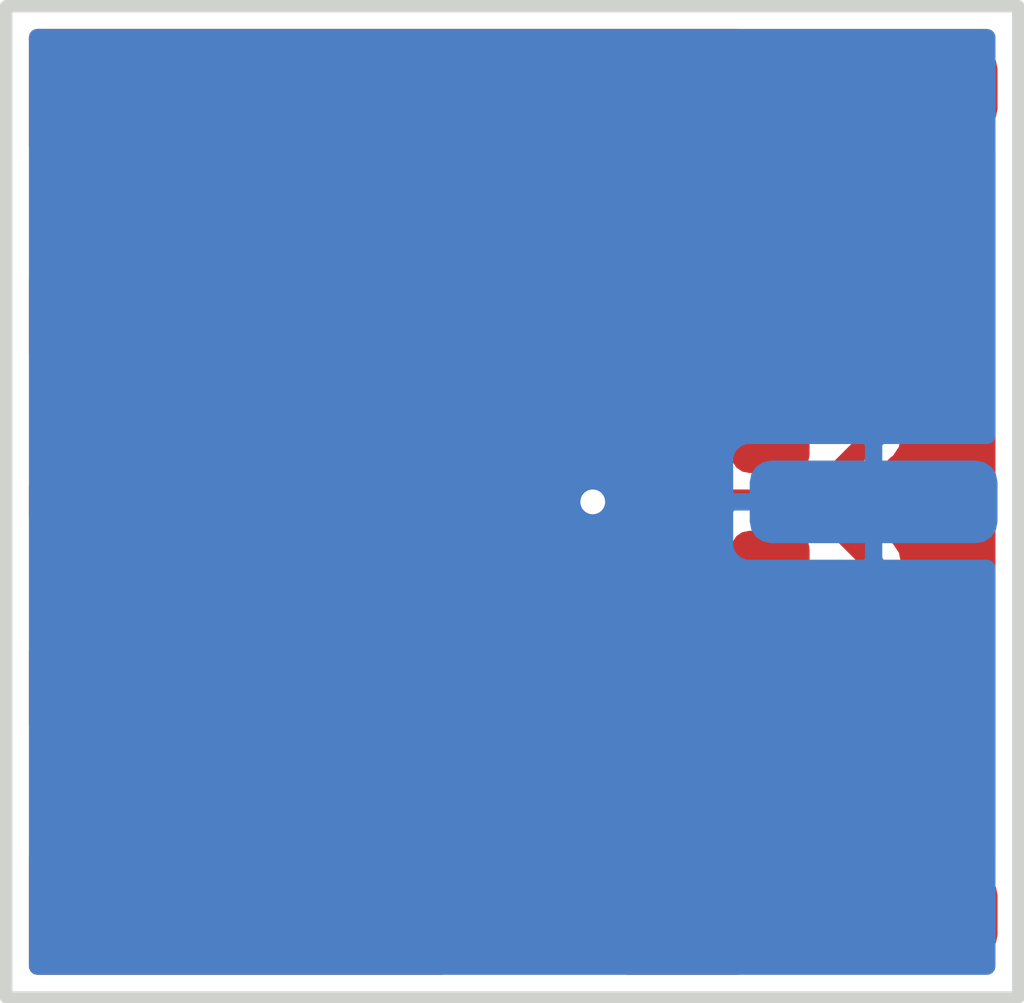
<source format=kicad_pcb>
(kicad_pcb (version 20171130) (host pcbnew "(5.0.0-3-g5ebb6b6)")

  (general
    (thickness 1.6)
    (drawings 9)
    (tracks 56)
    (zones 0)
    (modules 9)
    (nets 9)
  )

  (page A4)
  (layers
    (0 F.Cu signal)
    (31 B.Cu signal)
    (32 B.Adhes user)
    (33 F.Adhes user)
    (34 B.Paste user)
    (35 F.Paste user)
    (36 B.SilkS user)
    (37 F.SilkS user)
    (38 B.Mask user)
    (39 F.Mask user)
    (40 Dwgs.User user)
    (41 Cmts.User user)
    (42 Eco1.User user)
    (43 Eco2.User user)
    (44 Edge.Cuts user)
    (45 Margin user)
    (46 B.CrtYd user)
    (47 F.CrtYd user)
    (48 B.Fab user)
    (49 F.Fab user)
  )

  (setup
    (last_trace_width 0.25)
    (trace_clearance 0.2)
    (zone_clearance 0.508)
    (zone_45_only no)
    (trace_min 0.2)
    (segment_width 0.2)
    (edge_width 0.15)
    (via_size 0.8)
    (via_drill 0.4)
    (via_min_size 0.4)
    (via_min_drill 0.3)
    (uvia_size 0.3)
    (uvia_drill 0.1)
    (uvias_allowed no)
    (uvia_min_size 0.2)
    (uvia_min_drill 0.1)
    (pcb_text_width 0.3)
    (pcb_text_size 1.5 1.5)
    (mod_edge_width 0.15)
    (mod_text_size 1 1)
    (mod_text_width 0.15)
    (pad_size 1.06 0.65)
    (pad_drill 0)
    (pad_to_mask_clearance 0)
    (aux_axis_origin 0 0)
    (visible_elements FFFFFF7F)
    (pcbplotparams
      (layerselection 0x010fc_ffffffff)
      (usegerberextensions false)
      (usegerberattributes false)
      (usegerberadvancedattributes false)
      (creategerberjobfile false)
      (excludeedgelayer true)
      (linewidth 0.100000)
      (plotframeref false)
      (viasonmask false)
      (mode 1)
      (useauxorigin false)
      (hpglpennumber 1)
      (hpglpenspeed 20)
      (hpglpendiameter 15.000000)
      (psnegative false)
      (psa4output false)
      (plotreference true)
      (plotvalue true)
      (plotinvisibletext false)
      (padsonsilk false)
      (subtractmaskfromsilk false)
      (outputformat 1)
      (mirror false)
      (drillshape 1)
      (scaleselection 1)
      (outputdirectory ""))
  )

  (net 0 "")
  (net 1 +BATT)
  (net 2 GND)
  (net 3 VCC)
  (net 4 "Net-(D1-Pad1)")
  (net 5 "Net-(J1-Pad2)")
  (net 6 "Net-(J1-Pad3)")
  (net 7 "Net-(R1-Pad2)")
  (net 8 "Net-(R2-Pad2)")

  (net_class Default "This is the default net class."
    (clearance 0.2)
    (trace_width 0.25)
    (via_dia 0.8)
    (via_drill 0.4)
    (uvia_dia 0.3)
    (uvia_drill 0.1)
    (add_net +BATT)
    (add_net GND)
    (add_net "Net-(D1-Pad1)")
    (add_net "Net-(J1-Pad2)")
    (add_net "Net-(J1-Pad3)")
    (add_net "Net-(R1-Pad2)")
    (add_net "Net-(R2-Pad2)")
    (add_net VCC)
  )

  (module LOGO:qr (layer F.Cu) (tedit 5BB8A15A) (tstamp 5BE5D11C)
    (at 119.75 140 90)
    (fp_text reference G*** (at 0 0 90) (layer F.SilkS) hide
      (effects (font (size 1.524 1.524) (thickness 0.3)))
    )
    (fp_text value LOGO (at 0.75 0 90) (layer B.SilkS) hide
      (effects (font (size 1.524 1.524) (thickness 0.3)))
    )
    (fp_poly (pts (xy 2.46888 1.59512) (xy 1.59512 1.59512) (xy 1.59512 2.46888) (xy 2.46888 2.46888)
      (xy 2.46888 1.59512)) (layer B.Mask) (width 0.01))
    (fp_poly (pts (xy -1.59512 1.59512) (xy -2.46888 1.59512) (xy -2.46888 2.46888) (xy -1.59512 2.46888)
      (xy -1.59512 1.59512)) (layer B.Mask) (width 0.01))
    (fp_poly (pts (xy 1.016 -1.016) (xy 0.720802 -1.016) (xy 0.72644 -0.72644) (xy 1.016 -0.720802)
      (xy 1.016 -1.016)) (layer B.Mask) (width 0.01))
    (fp_poly (pts (xy -1.59512 -2.46888) (xy -2.46888 -2.46888) (xy -2.46888 -1.59512) (xy -1.59512 -1.59512)
      (xy -1.59512 -2.46888)) (layer B.Mask) (width 0.01))
    (fp_poly (pts (xy -0.43688 2.46888) (xy -0.72136 2.46888) (xy -0.72136 2.75336) (xy -0.43688 2.75336)
      (xy -0.43688 2.46888)) (layer B.Mask) (width 0.01))
    (fp_poly (pts (xy 3.048 1.016) (xy 1.016 1.016) (xy 1.016 2.75336) (xy 1.31064 2.75336)
      (xy 1.31064 1.31064) (xy 2.75336 1.31064) (xy 2.75336 2.75336) (xy 1.31064 2.75336)
      (xy 1.016 2.75336) (xy 1.016 3.048) (xy 3.048 3.048) (xy 3.048 1.016)) (layer B.Mask) (width 0.01))
    (fp_poly (pts (xy -1.016 1.016) (xy -3.048 1.016) (xy -3.048 2.75336) (xy -2.75336 2.75336)
      (xy -2.75336 1.31064) (xy -1.31064 1.31064) (xy -1.31064 2.75336) (xy -2.75336 2.75336)
      (xy -3.048 2.75336) (xy -3.048 3.048) (xy -1.016 3.048) (xy -1.016 1.016)) (layer B.Mask) (width 0.01))
    (fp_poly (pts (xy 1.016 0.43688) (xy 0.72136 0.43688) (xy 0.72136 0.72136) (xy 1.016 0.72136)
      (xy 1.016 0.43688)) (layer B.Mask) (width 0.01))
    (fp_poly (pts (xy 0.43688 0.43688) (xy 0.14224 0.43688) (xy 0.14224 0.72136) (xy 0.43688 0.72136)
      (xy 0.43688 0.43688)) (layer B.Mask) (width 0.01))
    (fp_poly (pts (xy -2.752803 0.14224) (xy -2.755622 0.28702) (xy -2.75844 0.4318) (xy -3.048 0.437438)
      (xy -3.048 0.72136) (xy -1.59512 0.72136) (xy -1.59512 0.43688) (xy -2.46888 0.43688)
      (xy -2.46888 0.14224) (xy -2.752803 0.14224)) (layer B.Mask) (width 0.01))
    (fp_poly (pts (xy -1.88976 0.14224) (xy -1.88976 -0.14224) (xy -2.17424 -0.14224) (xy -2.17424 -0.43688)
      (xy -2.46888 -0.43688) (xy -2.46888 -0.72136) (xy -2.75336 -0.72136) (xy -2.75336 -0.43688)
      (xy -3.048 -0.43688) (xy -3.048 -0.14224) (xy -2.46888 -0.14224) (xy -2.46888 0.14224)
      (xy -1.88976 0.14224)) (layer B.Mask) (width 0.01))
    (fp_poly (pts (xy 2.75336 -2.17424) (xy 2.46888 -2.17424) (xy 2.46888 -1.88976) (xy 2.75336 -1.88976)
      (xy 2.75336 -2.17424)) (layer B.Mask) (width 0.01))
    (fp_poly (pts (xy 1.88976 -3.048) (xy 0.43688 -3.048) (xy 0.43688 -2.75336) (xy 0.72136 -2.75336)
      (xy 0.72136 -2.46888) (xy -0.14224 -2.46888) (xy -0.14224 -2.17424) (xy 0.72136 -2.17424)
      (xy 0.72136 -1.88976) (xy 0.14224 -1.88976) (xy 0.14224 -1.59512) (xy -0.14224 -1.59512)
      (xy -0.14224 -1.31064) (xy 0.141928 -1.31064) (xy 0.14224 -1.31064) (xy 0.14224 -1.59512)
      (xy 0.43688 -1.59512) (xy 0.43688 -1.31064) (xy 0.14224 -1.31064) (xy 0.141928 -1.31064)
      (xy 0.14732 -0.72644) (xy 0.4318 -0.72644) (xy 0.434618 -0.87122) (xy 0.437437 -1.016)
      (xy 0.720802 -1.016) (xy 0.72644 -1.30556) (xy 0.87122 -1.308378) (xy 1.016 -1.311197)
      (xy 1.016 -1.594562) (xy 1.30556 -1.6002) (xy 1.308378 -1.74498) (xy 1.311197 -1.88976)
      (xy 1.59512 -1.88976) (xy 1.59512 -1.31064) (xy 1.88976 -1.31064) (xy 1.88976 -1.88976)
      (xy 2.17424 -1.88976) (xy 2.17424 -2.17424) (xy 1.31064 -2.17424) (xy 1.31064 -1.88976)
      (xy 1.016 -1.88976) (xy 1.016 -2.75336) (xy 1.31064 -2.75336) (xy 1.31064 -2.46888)
      (xy 1.59512 -2.46888) (xy 1.59512 -2.75336) (xy 1.88976 -2.75336) (xy 1.88976 -3.048)) (layer B.Mask) (width 0.01))
    (fp_poly (pts (xy 1.88976 -2.46888) (xy 2.46888 -2.46888) (xy 2.46888 -2.75336) (xy 1.88976 -2.75336)
      (xy 1.88976 -2.46888)) (layer B.Mask) (width 0.01))
    (fp_poly (pts (xy -0.14224 1.59512) (xy -0.14224 1.88976) (xy -0.72136 1.88976) (xy -0.72136 2.17424)
      (xy 0.14224 2.17424) (xy 0.14224 1.59512) (xy -0.14224 1.59512)) (layer B.Mask) (width 0.01))
    (fp_poly (pts (xy 0.14224 2.46888) (xy -0.14224 2.46888) (xy -0.14224 3.048) (xy 0.141682 3.048)
      (xy 0.14732 2.75844) (xy 0.72136 2.753044) (xy 0.72136 2.46888) (xy 0.43688 2.46888)
      (xy 0.43688 2.17424) (xy 0.14224 2.17424) (xy 0.14224 2.46888)) (layer B.Mask) (width 0.01))
    (fp_poly (pts (xy -0.14224 -0.14224) (xy 0.43688 -0.14224) (xy 0.43688 0.14224) (xy 1.016 0.14224)
      (xy 1.016 -0.43688) (xy -0.720803 -0.43688) (xy -0.723622 -0.2921) (xy -0.72644 -0.14732)
      (xy -1.16078 -0.14467) (xy -1.59512 -0.142021) (xy -1.59512 0.14224) (xy -1.016 0.14224)
      (xy -1.016 0.43688) (xy -1.31064 0.43688) (xy -1.31064 0.72136) (xy -0.43688 0.72136)
      (xy -0.43688 1.016) (xy -0.14224 1.016) (xy -0.14224 -0.14224)) (layer B.Mask) (width 0.01))
    (fp_poly (pts (xy -0.72136 1.016) (xy -0.72136 1.59512) (xy -0.43688 1.59512) (xy -0.43688 1.016)
      (xy -0.72136 1.016)) (layer B.Mask) (width 0.01))
    (fp_poly (pts (xy -0.43688 -0.72136) (xy -0.43688 -1.016) (xy -0.14224 -1.016) (xy -0.14224 -1.31064)
      (xy -0.72136 -1.31064) (xy -0.72136 -0.72136) (xy -0.43688 -0.72136)) (layer B.Mask) (width 0.01))
    (fp_poly (pts (xy -0.14224 -2.752802) (xy -0.4318 -2.75844) (xy -0.437438 -3.048) (xy -0.72136 -3.048)
      (xy -0.72136 -1.59512) (xy -0.43688 -1.59512) (xy -0.43688 -2.46888) (xy -0.14224 -2.46888)
      (xy -0.14224 -2.752802)) (layer B.Mask) (width 0.01))
    (fp_poly (pts (xy 1.88976 -1.016) (xy 1.311197 -1.016) (xy 1.308378 -0.87122) (xy 1.30556 -0.72644)
      (xy 1.016 -0.720802) (xy 1.016 -0.437437) (xy 1.044606 -0.43688) (xy 2.17424 -0.43688)
      (xy 2.17424 -0.72136) (xy 2.46888 -0.72136) (xy 2.46888 -0.43688) (xy 2.17424 -0.43688)
      (xy 1.044606 -0.43688) (xy 1.16078 -0.434618) (xy 1.30556 -0.4318) (xy 1.308378 -0.28702)
      (xy 1.311197 -0.14224) (xy 1.88976 -0.14224) (xy 1.88976 0.14224) (xy 2.17424 0.14224)
      (xy 2.17424 -0.14224) (xy 2.46888 -0.14224) (xy 2.46888 0.14224) (xy 2.17424 0.14224)
      (xy 1.88976 0.14224) (xy 1.31064 0.14224) (xy 1.31064 0.72136) (xy 1.59512 0.72136)
      (xy 1.59512 0.43688) (xy 1.88976 0.43688) (xy 1.88976 0.72136) (xy 2.17424 0.72136)
      (xy 2.17424 0.43688) (xy 2.46888 0.43688) (xy 2.46888 0.72136) (xy 2.75336 0.72136)
      (xy 2.75336 0.43688) (xy 3.048 0.43688) (xy 3.048 0.14224) (xy 2.75336 0.14224)
      (xy 2.75336 -0.14224) (xy 3.048 -0.14224) (xy 3.048 -0.43688) (xy 2.75336 -0.43688)
      (xy 2.75336 -0.72136) (xy 3.048 -0.72136) (xy 3.048 -1.016) (xy 2.75336 -1.016)
      (xy 2.75336 -1.59512) (xy 2.17424 -1.59512) (xy 2.17424 -1.311197) (xy 2.31902 -1.308378)
      (xy 2.4638 -1.30556) (xy 2.466618 -1.16078) (xy 2.469437 -1.016) (xy 2.17424 -1.016)
      (xy 2.17424 -1.31064) (xy 1.88976 -1.31064) (xy 1.88976 -1.016)) (layer B.Mask) (width 0.01))
    (fp_poly (pts (xy 0.72136 1.88976) (xy 0.43688 1.88976) (xy 0.43688 2.17424) (xy 0.72136 2.17424)
      (xy 0.72136 1.88976)) (layer B.Mask) (width 0.01))
    (fp_poly (pts (xy 0.72136 1.59512) (xy 0.72136 1.016) (xy 0.437437 1.016) (xy 0.434618 1.16078)
      (xy 0.4318 1.30556) (xy 0.14224 1.311198) (xy 0.14224 1.59512) (xy 0.72136 1.59512)) (layer B.Mask) (width 0.01))
    (fp_poly (pts (xy -0.14224 1.31064) (xy 0.14224 1.31064) (xy 0.14224 1.016) (xy -0.14224 1.016)
      (xy -0.14224 1.31064)) (layer B.Mask) (width 0.01))
    (fp_poly (pts (xy -1.59512 -0.72136) (xy -1.59512 -0.43688) (xy -0.72136 -0.43688) (xy -0.72136 -0.72136)
      (xy -1.59512 -0.72136)) (layer B.Mask) (width 0.01))
    (fp_poly (pts (xy 0.14224 -3.048) (xy -0.14224 -3.048) (xy -0.14224 -2.75336) (xy 0.14224 -2.75336)
      (xy 0.14224 -3.048)) (layer B.Mask) (width 0.01))
    (fp_poly (pts (xy 2.75336 -3.048) (xy 2.46888 -3.048) (xy 2.46888 -2.75336) (xy 2.75336 -2.75336)
      (xy 2.75336 -3.048)) (layer B.Mask) (width 0.01))
    (fp_poly (pts (xy -1.016 -3.048) (xy -3.048 -3.048) (xy -3.048 -1.31064) (xy -2.75336 -1.31064)
      (xy -2.75336 -2.75336) (xy -1.31064 -2.75336) (xy -1.31064 -1.31064) (xy -2.75336 -1.31064)
      (xy -3.048 -1.31064) (xy -3.048 -1.016) (xy -1.016 -1.016) (xy -1.016 -3.048)) (layer B.Mask) (width 0.01))
  )

  (module Resistor_SMD:R_0603_1608Metric (layer F.Cu) (tedit 5BB89C3B) (tstamp 5BDA5138)
    (at 121 142.75 180)
    (descr "Resistor SMD 0603 (1608 Metric), square (rectangular) end terminal, IPC_7351 nominal, (Body size source: http://www.tortai-tech.com/upload/download/2011102023233369053.pdf), generated with kicad-footprint-generator")
    (tags resistor)
    (path /5BB778DA)
    (attr smd)
    (fp_text reference R2 (at 0 -1.43 180) (layer F.SilkS) hide
      (effects (font (size 1 1) (thickness 0.15)))
    )
    (fp_text value 2K (at 0 1.43 180) (layer F.Fab) hide
      (effects (font (size 1 1) (thickness 0.15)))
    )
    (fp_line (start 1.48 0.73) (end -1.48 0.73) (layer F.CrtYd) (width 0.05))
    (fp_line (start 1.48 -0.73) (end 1.48 0.73) (layer F.CrtYd) (width 0.05))
    (fp_line (start -1.48 -0.73) (end 1.48 -0.73) (layer F.CrtYd) (width 0.05))
    (fp_line (start -1.48 0.73) (end -1.48 -0.73) (layer F.CrtYd) (width 0.05))
    (pad 2 smd roundrect (at 0.7875 0 180) (size 0.875 0.95) (layers F.Cu F.Paste F.Mask) (roundrect_rratio 0.25)
      (net 8 "Net-(R2-Pad2)"))
    (pad 1 smd roundrect (at -0.7875 0 180) (size 0.875 0.95) (layers F.Cu F.Paste F.Mask) (roundrect_rratio 0.25)
      (net 2 GND))
    (model ${KISYS3DMOD}/Resistor_SMD.3dshapes/R_0603_1608Metric.wrl
      (at (xyz 0 0 0))
      (scale (xyz 1 1 1))
      (rotate (xyz 0 0 0))
    )
  )

  (module LED_SMD:LED_0603_1608Metric (layer F.Cu) (tedit 5BB89BC4) (tstamp 5BDA50E6)
    (at 124.25 140 270)
    (descr "LED SMD 0603 (1608 Metric), square (rectangular) end terminal, IPC_7351 nominal, (Body size source: http://www.tortai-tech.com/upload/download/2011102023233369053.pdf), generated with kicad-footprint-generator")
    (tags diode)
    (path /5BB7716D)
    (attr smd)
    (fp_text reference D1 (at 0 -1.43 270) (layer F.SilkS) hide
      (effects (font (size 1 1) (thickness 0.15)))
    )
    (fp_text value LED (at 0 1.43 270) (layer F.Fab) hide
      (effects (font (size 1 1) (thickness 0.15)))
    )
    (fp_line (start -0.5 -0.4) (end -0.8 -0.1) (layer F.Fab) (width 0.1))
    (fp_line (start -0.8 -0.1) (end -0.8 0.4) (layer F.Fab) (width 0.1))
    (fp_line (start 0.8 0.4) (end 0.8 -0.4) (layer F.Fab) (width 0.1))
    (fp_line (start -1.48 0.73) (end -1.48 -0.73) (layer F.CrtYd) (width 0.05))
    (fp_line (start -1.48 -0.73) (end 1.48 -0.73) (layer F.CrtYd) (width 0.05))
    (fp_line (start 1.48 -0.73) (end 1.48 0.73) (layer F.CrtYd) (width 0.05))
    (fp_line (start 1.48 0.73) (end -1.48 0.73) (layer F.CrtYd) (width 0.05))
    (pad 1 smd roundrect (at -0.7875 0 270) (size 0.875 0.95) (layers F.Cu F.Paste F.Mask) (roundrect_rratio 0.25)
      (net 4 "Net-(D1-Pad1)"))
    (pad 2 smd roundrect (at 0.7875 0 270) (size 0.875 0.95) (layers F.Cu F.Paste F.Mask) (roundrect_rratio 0.25)
      (net 3 VCC))
    (model ${KISYS3DMOD}/LED_SMD.3dshapes/LED_0603_1608Metric.wrl
      (at (xyz 0 0 0))
      (scale (xyz 1 1 1))
      (rotate (xyz 0 0 0))
    )
  )

  (module Capacitor_SMD:C_0603_1608Metric (layer F.Cu) (tedit 5BB89BA6) (tstamp 5BDA50D3)
    (at 121 144.5)
    (descr "Capacitor SMD 0603 (1608 Metric), square (rectangular) end terminal, IPC_7351 nominal, (Body size source: http://www.tortai-tech.com/upload/download/2011102023233369053.pdf), generated with kicad-footprint-generator")
    (tags capacitor)
    (path /5BB77BF6)
    (attr smd)
    (fp_text reference C2 (at 0 -1.43) (layer F.SilkS) hide
      (effects (font (size 1 1) (thickness 0.15)))
    )
    (fp_text value 4.7uF (at 0 1.43) (layer F.Fab) hide
      (effects (font (size 1 1) (thickness 0.15)))
    )
    (fp_line (start 1.48 0.73) (end -1.48 0.73) (layer F.CrtYd) (width 0.05))
    (fp_line (start 1.48 -0.73) (end 1.48 0.73) (layer F.CrtYd) (width 0.05))
    (fp_line (start -1.48 -0.73) (end 1.48 -0.73) (layer F.CrtYd) (width 0.05))
    (fp_line (start -1.48 0.73) (end -1.48 -0.73) (layer F.CrtYd) (width 0.05))
    (pad 2 smd roundrect (at 0.7875 0) (size 0.875 0.95) (layers F.Cu F.Paste F.Mask) (roundrect_rratio 0.25)
      (net 2 GND))
    (pad 1 smd roundrect (at -0.7875 0) (size 0.875 0.95) (layers F.Cu F.Paste F.Mask) (roundrect_rratio 0.25)
      (net 3 VCC))
    (model ${KISYS3DMOD}/Capacitor_SMD.3dshapes/C_0603_1608Metric.wrl
      (at (xyz 0 0 0))
      (scale (xyz 1 1 1))
      (rotate (xyz 0 0 0))
    )
  )

  (module Capacitor_SMD:C_0603_1608Metric (layer F.Cu) (tedit 5BB89B74) (tstamp 5BDA50C2)
    (at 121 135.5 180)
    (descr "Capacitor SMD 0603 (1608 Metric), square (rectangular) end terminal, IPC_7351 nominal, (Body size source: http://www.tortai-tech.com/upload/download/2011102023233369053.pdf), generated with kicad-footprint-generator")
    (tags capacitor)
    (path /5BB770D9)
    (attr smd)
    (fp_text reference C1 (at 0 -1.43 180) (layer F.SilkS) hide
      (effects (font (size 1 1) (thickness 0.15)))
    )
    (fp_text value 4.7uF (at 0 1.43 180) (layer F.Fab) hide
      (effects (font (size 1 1) (thickness 0.15)))
    )
    (fp_line (start -1.48 0.73) (end -1.48 -0.73) (layer F.CrtYd) (width 0.05))
    (fp_line (start -1.48 -0.73) (end 1.48 -0.73) (layer F.CrtYd) (width 0.05))
    (fp_line (start 1.48 -0.73) (end 1.48 0.73) (layer F.CrtYd) (width 0.05))
    (fp_line (start 1.48 0.73) (end -1.48 0.73) (layer F.CrtYd) (width 0.05))
    (pad 1 smd roundrect (at -0.7875 0 180) (size 0.875 0.95) (layers F.Cu F.Paste F.Mask) (roundrect_rratio 0.25)
      (net 1 +BATT))
    (pad 2 smd roundrect (at 0.7875 0 180) (size 0.875 0.95) (layers F.Cu F.Paste F.Mask) (roundrect_rratio 0.25)
      (net 2 GND))
    (model ${KISYS3DMOD}/Capacitor_SMD.3dshapes/C_0603_1608Metric.wrl
      (at (xyz 0 0 0))
      (scale (xyz 1 1 1))
      (rotate (xyz 0 0 0))
    )
  )

  (module Resistor_SMD:R_0603_1608Metric (layer F.Cu) (tedit 5BB89B17) (tstamp 5BDA5127)
    (at 121 137.25 180)
    (descr "Resistor SMD 0603 (1608 Metric), square (rectangular) end terminal, IPC_7351 nominal, (Body size source: http://www.tortai-tech.com/upload/download/2011102023233369053.pdf), generated with kicad-footprint-generator")
    (tags resistor)
    (path /5BB7720F)
    (attr smd)
    (fp_text reference R1 (at 0 -1.43 180) (layer F.SilkS) hide
      (effects (font (size 1 1) (thickness 0.15)))
    )
    (fp_text value 330 (at 0 1.43 180) (layer F.Fab) hide
      (effects (font (size 1 1) (thickness 0.15)))
    )
    (fp_line (start -1.48 0.73) (end -1.48 -0.73) (layer F.CrtYd) (width 0.05))
    (fp_line (start -1.48 -0.73) (end 1.48 -0.73) (layer F.CrtYd) (width 0.05))
    (fp_line (start 1.48 -0.73) (end 1.48 0.73) (layer F.CrtYd) (width 0.05))
    (fp_line (start 1.48 0.73) (end -1.48 0.73) (layer F.CrtYd) (width 0.05))
    (pad 1 smd roundrect (at -0.7875 0 180) (size 0.875 0.95) (layers F.Cu F.Paste F.Mask) (roundrect_rratio 0.25)
      (net 4 "Net-(D1-Pad1)"))
    (pad 2 smd roundrect (at 0.7875 0 180) (size 0.875 0.95) (layers F.Cu F.Paste F.Mask) (roundrect_rratio 0.25)
      (net 7 "Net-(R1-Pad2)"))
    (model ${KISYS3DMOD}/Resistor_SMD.3dshapes/R_0603_1608Metric.wrl
      (at (xyz 0 0 0))
      (scale (xyz 1 1 1))
      (rotate (xyz 0 0 0))
    )
  )

  (module Package_TO_SOT_SMD:SOT-23-5 (layer F.Cu) (tedit 5BB89D7A) (tstamp 5BDA514D)
    (at 121 140 180)
    (descr "5-pin SOT23 package")
    (tags SOT-23-5)
    (path /5BB76D41)
    (attr smd)
    (fp_text reference U1 (at 0 -2.9 180) (layer F.SilkS) hide
      (effects (font (size 1 1) (thickness 0.15)))
    )
    (fp_text value MCP73831 (at 0 2.9 180) (layer F.Fab) hide
      (effects (font (size 1 1) (thickness 0.15)))
    )
    (fp_line (start -1.9 -1.8) (end 1.9 -1.8) (layer F.CrtYd) (width 0.05))
    (fp_line (start 1.9 -1.8) (end 1.9 1.8) (layer F.CrtYd) (width 0.05))
    (fp_line (start 1.9 1.8) (end -1.9 1.8) (layer F.CrtYd) (width 0.05))
    (fp_line (start -1.9 1.8) (end -1.9 -1.8) (layer F.CrtYd) (width 0.05))
    (pad 1 smd roundrect (at -1.1 -0.95 180) (size 1.06 0.65) (layers F.Cu F.Paste F.Mask) (roundrect_rratio 0.25)
      (net 7 "Net-(R1-Pad2)"))
    (pad 2 smd roundrect (at -1.1 0 180) (size 1.06 0.65) (layers F.Cu F.Paste F.Mask) (roundrect_rratio 0.25)
      (net 2 GND))
    (pad 3 smd roundrect (at -1.1 0.95 180) (size 1.06 0.65) (layers F.Cu F.Paste F.Mask) (roundrect_rratio 0.25)
      (net 1 +BATT))
    (pad 4 smd roundrect (at 1.1 0.95 180) (size 1.06 0.65) (layers F.Cu F.Paste F.Mask) (roundrect_rratio 0.25)
      (net 3 VCC))
    (pad 5 smd roundrect (at 1.1 -0.95 180) (size 1.06 0.65) (layers F.Cu F.Paste F.Mask) (roundrect_rratio 0.25)
      (net 8 "Net-(R2-Pad2)"))
    (model ${KISYS3DMOD}/Package_TO_SOT_SMD.3dshapes/SOT-23-5.wrl
      (at (xyz 0 0 0))
      (scale (xyz 1 1 1))
      (rotate (xyz 0 0 0))
    )
  )

  (module Connector_USB:USB_A_CNCTech_1001-011-01101_Horizontal (layer F.Cu) (tedit 5BB899D6) (tstamp 5BDA5116)
    (at 116.6 140 180)
    (descr http://cnctech.us/pdfs/1001-011-01101.pdf)
    (tags USB-A)
    (path /5BB79BD5)
    (attr smd)
    (fp_text reference J1 (at -6.9 -8 180) (layer F.SilkS) hide
      (effects (font (size 1 1) (thickness 0.15)))
    )
    (fp_text value USB_A (at 0 8) (layer F.Fab) hide
      (effects (font (size 1 1) (thickness 0.15)))
    )
    (fp_text user %R (at 3.6 0.4 270) (layer F.Fab) hide
      (effects (font (size 1 1) (thickness 0.15)))
    )
    (pad 2 smd rect (at -0.05 -1 180) (size 2.7 1) (layers F.Cu F.Paste F.Mask)
      (net 5 "Net-(J1-Pad2)"))
    (pad 3 smd rect (at -0.05 1 180) (size 2.7 1) (layers F.Cu F.Paste F.Mask)
      (net 6 "Net-(J1-Pad3)"))
    (pad 1 smd rect (at -0.05 -3.5 180) (size 2.7 1) (layers F.Cu F.Paste F.Mask)
      (net 3 VCC))
    (pad 4 smd rect (at -0.05 3.5 180) (size 2.7 1) (layers F.Cu F.Paste F.Mask)
      (net 2 GND))
    (model ${KISYS3DMOD}/Connector_USB.3dshapes/USB_A_CNCTech_1001-011-01101_Horizontal.wrl
      (at (xyz 0 0 0))
      (scale (xyz 1 1 1))
      (rotate (xyz 0 0 0))
    )
  )

  (module "Battery:Battery holder" (layer F.Cu) (tedit 5BB89D1C) (tstamp 5BDA50B1)
    (at 125.5 140)
    (path /5BB7A4E9)
    (fp_text reference BT1 (at 0 8) (layer F.SilkS) hide
      (effects (font (size 1 1) (thickness 0.15)))
    )
    (fp_text value LIR2032 (at 0 -7) (layer F.Fab) hide
      (effects (font (size 1 1) (thickness 0.15)))
    )
    (pad 1 smd roundrect (at 0 -5 90) (size 1 3) (layers F.Cu F.Paste F.Mask) (roundrect_rratio 0.26)
      (net 1 +BATT))
    (pad 2 smd roundrect (at 0 0 90) (size 1 3) (layers B.Cu B.Paste B.Mask) (roundrect_rratio 0.26)
      (net 2 GND))
    (pad 1 smd roundrect (at 0 5 90) (size 1 3) (layers F.Cu F.Paste F.Mask) (roundrect_rratio 0.26)
      (net 1 +BATT))
  )

  (gr_line (start 116.25 136.5) (end 123.25 136.5) (layer B.Mask) (width 0.2))
  (gr_line (start 116.25 136.75) (end 116.25 136.5) (layer B.Mask) (width 0.2))
  (gr_line (start 116.25 143.5) (end 116.25 136.75) (layer B.Mask) (width 0.2))
  (gr_line (start 123.25 143.5) (end 116.25 143.5) (layer B.Mask) (width 0.2))
  (gr_line (start 123.25 136.5) (end 123.25 143.5) (layer B.Mask) (width 0.2))
  (gr_line (start 127.25 134) (end 115 134) (layer Edge.Cuts) (width 0.15))
  (gr_line (start 127.25 146) (end 127.25 134) (layer Edge.Cuts) (width 0.15))
  (gr_line (start 115 146) (end 127.25 146) (layer Edge.Cuts) (width 0.15))
  (gr_line (start 115 134) (end 115 146) (layer Edge.Cuts) (width 0.15))

  (segment (start 123.65501 139.97501) (end 124.731484 139.97501) (width 0.25) (layer F.Cu) (net 1))
  (segment (start 122.73 139.05) (end 123.65501 139.97501) (width 0.25) (layer F.Cu) (net 1))
  (segment (start 122.1 139.05) (end 122.73 139.05) (width 0.25) (layer F.Cu) (net 1))
  (segment (start 125.5 140.743526) (end 124.731484 139.97501) (width 0.25) (layer F.Cu) (net 1))
  (segment (start 125.5 145) (end 125.5 140.743526) (width 0.25) (layer F.Cu) (net 1))
  (segment (start 123 135.5) (end 123.5 135) (width 0.25) (layer F.Cu) (net 1))
  (segment (start 121.7875 135.5) (end 123 135.5) (width 0.25) (layer F.Cu) (net 1))
  (segment (start 123.5 135) (end 125.5 135) (width 0.25) (layer F.Cu) (net 1))
  (segment (start 125.5 135.6) (end 125.5 135) (width 0.25) (layer F.Cu) (net 1))
  (segment (start 125.5 139.206494) (end 125.5 135.6) (width 0.25) (layer F.Cu) (net 1))
  (segment (start 124.731484 139.97501) (end 125.5 139.206494) (width 0.25) (layer F.Cu) (net 1))
  (segment (start 119.25 135.5) (end 120.2125 135.5) (width 0.25) (layer F.Cu) (net 2))
  (segment (start 118.25 136.5) (end 119.25 135.5) (width 0.25) (layer F.Cu) (net 2))
  (segment (start 116.65 136.5) (end 118.25 136.5) (width 0.25) (layer F.Cu) (net 2))
  (segment (start 121.7875 142.75) (end 121.7875 144.5) (width 0.25) (layer F.Cu) (net 2))
  (segment (start 122.95501 140.22501) (end 122.73 140) (width 0.25) (layer F.Cu) (net 2))
  (segment (start 122.73 140) (end 122.1 140) (width 0.25) (layer F.Cu) (net 2))
  (segment (start 122.95501 141.58249) (end 122.95501 140.22501) (width 0.25) (layer F.Cu) (net 2))
  (segment (start 121.7875 142.75) (end 122.95501 141.58249) (width 0.25) (layer F.Cu) (net 2))
  (segment (start 125.7318 140) (end 125.75679 139.97501) (width 0.25) (layer B.Cu) (net 2))
  (segment (start 125.5 140) (end 125.7318 140) (width 0.25) (layer B.Cu) (net 2))
  (via (at 122.1 140) (size 0.6) (drill 0.3) (layers F.Cu B.Cu) (net 2))
  (segment (start 120.97501 136.26251) (end 120.674112 135.961612) (width 0.25) (layer F.Cu) (net 2))
  (segment (start 120.674112 135.961612) (end 120.2125 135.5) (width 0.25) (layer F.Cu) (net 2))
  (segment (start 120.97501 137.681504) (end 120.97501 136.26251) (width 0.25) (layer F.Cu) (net 2))
  (segment (start 121.20502 139.73502) (end 121.20502 137.911514) (width 0.25) (layer F.Cu) (net 2))
  (segment (start 121.47 140) (end 121.20502 139.73502) (width 0.25) (layer F.Cu) (net 2))
  (segment (start 121.20502 137.911514) (end 120.97501 137.681504) (width 0.25) (layer F.Cu) (net 2))
  (segment (start 122.1 140) (end 121.47 140) (width 0.25) (layer F.Cu) (net 2))
  (segment (start 119.25 144.5) (end 120.2125 144.5) (width 0.25) (layer F.Cu) (net 3))
  (segment (start 118.25 143.5) (end 119.25 144.5) (width 0.25) (layer F.Cu) (net 3))
  (segment (start 116.65 143.5) (end 118.25 143.5) (width 0.25) (layer F.Cu) (net 3))
  (segment (start 119.27 139.05) (end 118.75 139.57) (width 0.25) (layer F.Cu) (net 3))
  (segment (start 119.9 139.05) (end 119.27 139.05) (width 0.25) (layer F.Cu) (net 3))
  (segment (start 118.75 143) (end 118.25 143.5) (width 0.25) (layer F.Cu) (net 3))
  (segment (start 118.75 139.57) (end 118.75 143) (width 0.25) (layer F.Cu) (net 3))
  (segment (start 120.25 144.5375) (end 120.2125 144.5) (width 0.25) (layer F.Cu) (net 3))
  (segment (start 120.25 145) (end 120.25 144.5375) (width 0.25) (layer F.Cu) (net 3))
  (segment (start 120.55001 145.30001) (end 120.25 145) (width 0.25) (layer F.Cu) (net 3))
  (segment (start 124.25 143.281494) (end 122.231484 145.30001) (width 0.25) (layer F.Cu) (net 3))
  (segment (start 122.231484 145.30001) (end 120.55001 145.30001) (width 0.25) (layer F.Cu) (net 3))
  (segment (start 124.25 140.7875) (end 124.25 143.281494) (width 0.25) (layer F.Cu) (net 3))
  (segment (start 123 137.25) (end 121.7875 137.25) (width 0.25) (layer F.Cu) (net 4))
  (segment (start 124.25 138.5) (end 123 137.25) (width 0.25) (layer F.Cu) (net 4))
  (segment (start 124.25 139.2125) (end 124.25 138.5) (width 0.25) (layer F.Cu) (net 4))
  (segment (start 121.47 140.95) (end 122.1 140.95) (width 0.25) (layer F.Cu) (net 7))
  (segment (start 120.75501 139.414434) (end 120.75 139.419444) (width 0.25) (layer F.Cu) (net 7))
  (segment (start 120.25 138.180556) (end 120.75501 138.685566) (width 0.25) (layer F.Cu) (net 7))
  (segment (start 120.75501 138.685566) (end 120.75501 139.414434) (width 0.25) (layer F.Cu) (net 7))
  (segment (start 120.25 137.2875) (end 120.25 138.180556) (width 0.25) (layer F.Cu) (net 7))
  (segment (start 120.75 140.23) (end 121.47 140.95) (width 0.25) (layer F.Cu) (net 7))
  (segment (start 120.75 139.419444) (end 120.75 140.23) (width 0.25) (layer F.Cu) (net 7))
  (segment (start 120.2125 137.25) (end 120.25 137.2875) (width 0.25) (layer F.Cu) (net 7))
  (segment (start 120 141.05) (end 119.9 140.95) (width 0.25) (layer F.Cu) (net 8))
  (segment (start 120 142.5375) (end 120 141.05) (width 0.25) (layer F.Cu) (net 8))
  (segment (start 120.2125 142.75) (end 120 142.5375) (width 0.25) (layer F.Cu) (net 8))

  (zone (net 2) (net_name GND) (layer B.Cu) (tstamp 0) (hatch edge 0.508)
    (connect_pads (clearance 0.2))
    (min_thickness 0.2)
    (fill yes (arc_segments 16) (thermal_gap 0.2) (thermal_bridge_width 0.21))
    (polygon
      (pts
        (xy 127.25 134) (xy 115 134) (xy 115 146) (xy 127.25 146)
      )
    )
    (filled_polygon
      (pts
        (xy 126.875001 139.2) (xy 125.58 139.2) (xy 125.505 139.275) (xy 125.505 139.995) (xy 125.525 139.995)
        (xy 125.525 140.005) (xy 125.505 140.005) (xy 125.505 140.725) (xy 125.58 140.8) (xy 126.875 140.8)
        (xy 126.875 145.625) (xy 115.375 145.625) (xy 115.375 140.08) (xy 123.7 140.08) (xy 123.7 140.559674)
        (xy 123.745672 140.669937) (xy 123.830064 140.754328) (xy 123.940327 140.8) (xy 125.42 140.8) (xy 125.495 140.725)
        (xy 125.495 140.005) (xy 123.775 140.005) (xy 123.7 140.08) (xy 115.375 140.08) (xy 115.375 139.440326)
        (xy 123.7 139.440326) (xy 123.7 139.92) (xy 123.775 139.995) (xy 125.495 139.995) (xy 125.495 139.275)
        (xy 125.42 139.2) (xy 123.940327 139.2) (xy 123.830064 139.245672) (xy 123.745672 139.330063) (xy 123.7 139.440326)
        (xy 115.375 139.440326) (xy 115.375 134.375) (xy 126.875001 134.375)
      )
    )
  )
  (zone (net 0) (net_name "") (layer F.Cu) (tstamp 0) (hatch edge 0.508)
    (connect_pads (clearance 0.2))
    (min_thickness 0.2)
    (fill yes (arc_segments 16) (thermal_gap 0.2) (thermal_bridge_width 0.21))
    (polygon
      (pts
        (xy 127.25 134) (xy 115 134) (xy 115 146) (xy 127.25 146)
      )
    )
    (filled_polygon
      (pts
        (xy 118.919879 144.770919) (xy 118.943592 144.806408) (xy 119.083167 144.899669) (xy 119.084173 144.900341) (xy 119.25 144.933326)
        (xy 119.291857 144.925) (xy 119.50269 144.925) (xy 119.509058 144.957016) (xy 119.622783 145.127217) (xy 119.792984 145.240942)
        (xy 119.91623 145.265457) (xy 119.943592 145.306408) (xy 119.97908 145.33012) (xy 120.219891 145.570932) (xy 120.243602 145.606418)
        (xy 120.271412 145.625) (xy 115.375 145.625) (xy 115.375 144.305877) (xy 118 144.305877) (xy 118.117054 144.282593)
        (xy 118.216288 144.216288) (xy 118.275952 144.126992)
      )
    )
    (filled_polygon
      (pts
        (xy 125.075001 140.919568) (xy 125.075 144.194123) (xy 124.26 144.194123) (xy 124.043448 144.237198) (xy 123.859865 144.359865)
        (xy 123.737198 144.543448) (xy 123.694123 144.76) (xy 123.694123 145.24) (xy 123.737198 145.456552) (xy 123.849752 145.625)
        (xy 122.510082 145.625) (xy 122.537892 145.606418) (xy 122.561605 145.570929) (xy 124.520922 143.611613) (xy 124.556408 143.587902)
        (xy 124.650341 143.447321) (xy 124.675 143.323352) (xy 124.683326 143.281494) (xy 124.675 143.239637) (xy 124.675 141.49731)
        (xy 124.707016 141.490942) (xy 124.877217 141.377217) (xy 124.990942 141.207016) (xy 125.030877 141.00625) (xy 125.030877 140.875444)
      )
    )
    (filled_polygon
      (pts
        (xy 121.139881 141.220922) (xy 121.163592 141.256408) (xy 121.304173 141.350341) (xy 121.344259 141.358315) (xy 121.401307 141.443693)
        (xy 121.55326 141.545224) (xy 121.7325 141.580877) (xy 122.355582 141.580877) (xy 121.967337 141.969123) (xy 121.56875 141.969123)
        (xy 121.367984 142.009058) (xy 121.197783 142.122783) (xy 121.084058 142.292984) (xy 121.044123 142.49375) (xy 121.044123 143.00625)
        (xy 121.084058 143.207016) (xy 121.197783 143.377217) (xy 121.3625 143.487278) (xy 121.362501 143.762722) (xy 121.197783 143.872783)
        (xy 121.084058 144.042984) (xy 121.044123 144.24375) (xy 121.044123 144.75625) (xy 121.067746 144.87501) (xy 120.932254 144.87501)
        (xy 120.955877 144.75625) (xy 120.955877 144.24375) (xy 120.915942 144.042984) (xy 120.802217 143.872783) (xy 120.632016 143.759058)
        (xy 120.43125 143.719123) (xy 119.99375 143.719123) (xy 119.792984 143.759058) (xy 119.622783 143.872783) (xy 119.509058 144.042984)
        (xy 119.50269 144.075) (xy 119.42604 144.075) (xy 118.85104 143.5) (xy 119.020922 143.330119) (xy 119.056408 143.306408)
        (xy 119.150341 143.165827) (xy 119.175 143.041858) (xy 119.183326 143) (xy 119.175 142.958143) (xy 119.175 141.404322)
        (xy 119.201307 141.443693) (xy 119.35326 141.545224) (xy 119.5325 141.580877) (xy 119.575001 141.580877) (xy 119.575 142.194295)
        (xy 119.509058 142.292984) (xy 119.469123 142.49375) (xy 119.469123 143.00625) (xy 119.509058 143.207016) (xy 119.622783 143.377217)
        (xy 119.792984 143.490942) (xy 119.99375 143.530877) (xy 120.43125 143.530877) (xy 120.632016 143.490942) (xy 120.802217 143.377217)
        (xy 120.915942 143.207016) (xy 120.955877 143.00625) (xy 120.955877 142.49375) (xy 120.915942 142.292984) (xy 120.802217 142.122783)
        (xy 120.632016 142.009058) (xy 120.43125 141.969123) (xy 120.425 141.969123) (xy 120.425 141.549548) (xy 120.44674 141.545224)
        (xy 120.598693 141.443693) (xy 120.700224 141.29174) (xy 120.735877 141.1125) (xy 120.735877 140.816917)
      )
    )
    (filled_polygon
      (pts
        (xy 123.489183 140.375351) (xy 123.506892 140.378874) (xy 123.469123 140.56875) (xy 123.469123 141.00625) (xy 123.509058 141.207016)
        (xy 123.622783 141.377217) (xy 123.792984 141.490942) (xy 123.825 141.49731) (xy 123.825001 143.105452) (xy 122.530877 144.399577)
        (xy 122.530877 144.24375) (xy 122.490942 144.042984) (xy 122.377217 143.872783) (xy 122.2125 143.762722) (xy 122.2125 143.487278)
        (xy 122.377217 143.377217) (xy 122.490942 143.207016) (xy 122.530877 143.00625) (xy 122.530877 142.607663) (xy 123.225933 141.912608)
        (xy 123.261418 141.888898) (xy 123.355351 141.748317) (xy 123.38001 141.624348) (xy 123.38001 141.624347) (xy 123.388336 141.582491)
        (xy 123.38001 141.540635) (xy 123.38001 140.302404)
      )
    )
    (filled_polygon
      (pts
        (xy 126.875 144.220976) (xy 126.74 144.194123) (xy 125.925 144.194123) (xy 125.925 140.785383) (xy 125.933326 140.743526)
        (xy 125.900341 140.577699) (xy 125.830118 140.472603) (xy 125.806408 140.437118) (xy 125.770922 140.413407) (xy 125.332524 139.97501)
        (xy 125.770922 139.536612) (xy 125.806408 139.512902) (xy 125.900341 139.372321) (xy 125.925 139.248352) (xy 125.925 139.248351)
        (xy 125.933326 139.206494) (xy 125.925 139.164637) (xy 125.925 135.805877) (xy 126.74 135.805877) (xy 126.875001 135.779024)
      )
    )
    (filled_polygon
      (pts
        (xy 119.509058 135.957016) (xy 119.622783 136.127217) (xy 119.792984 136.240942) (xy 119.99375 136.280877) (xy 120.392336 136.280877)
        (xy 120.403189 136.29173) (xy 120.403192 136.291732) (xy 120.550011 136.438551) (xy 120.550011 136.492746) (xy 120.43125 136.469123)
        (xy 119.99375 136.469123) (xy 119.792984 136.509058) (xy 119.622783 136.622783) (xy 119.509058 136.792984) (xy 119.469123 136.99375)
        (xy 119.469123 137.50625) (xy 119.509058 137.707016) (xy 119.622783 137.877217) (xy 119.792984 137.990942) (xy 119.825001 137.997311)
        (xy 119.825001 138.138694) (xy 119.816674 138.180556) (xy 119.849659 138.346382) (xy 119.89527 138.414643) (xy 119.898263 138.419123)
        (xy 119.5325 138.419123) (xy 119.35326 138.454776) (xy 119.201307 138.556307) (xy 119.144259 138.641685) (xy 119.104173 138.649659)
        (xy 118.963592 138.743592) (xy 118.939881 138.779078) (xy 118.47908 139.239879) (xy 118.443592 139.263592) (xy 118.367424 139.377587)
        (xy 118.349659 139.404174) (xy 118.316674 139.57) (xy 118.325 139.611858) (xy 118.325001 142.823958) (xy 118.275952 142.873007)
        (xy 118.216288 142.783712) (xy 118.117054 142.717407) (xy 118 142.694123) (xy 115.375 142.694123) (xy 115.375 141.805877)
        (xy 118 141.805877) (xy 118.117054 141.782593) (xy 118.216288 141.716288) (xy 118.282593 141.617054) (xy 118.305877 141.5)
        (xy 118.305877 140.5) (xy 118.282593 140.382946) (xy 118.216288 140.283712) (xy 118.117054 140.217407) (xy 118 140.194123)
        (xy 115.375 140.194123) (xy 115.375 139.805877) (xy 118 139.805877) (xy 118.117054 139.782593) (xy 118.216288 139.716288)
        (xy 118.282593 139.617054) (xy 118.305877 139.5) (xy 118.305877 138.5) (xy 118.282593 138.382946) (xy 118.216288 138.283712)
        (xy 118.117054 138.217407) (xy 118 138.194123) (xy 115.375 138.194123) (xy 115.375 137.305877) (xy 118 137.305877)
        (xy 118.117054 137.282593) (xy 118.216288 137.216288) (xy 118.282593 137.117054) (xy 118.305877 137) (xy 118.305877 136.922211)
        (xy 118.415827 136.900341) (xy 118.556408 136.806408) (xy 118.580121 136.770919) (xy 119.42604 135.925) (xy 119.50269 135.925)
      )
    )
    (filled_polygon
      (pts
        (xy 119.35326 139.645224) (xy 119.5325 139.680877) (xy 120.2675 139.680877) (xy 120.325 139.669439) (xy 120.325001 140.188138)
        (xy 120.316674 140.23) (xy 120.337158 140.332979) (xy 120.2675 140.319123) (xy 119.5325 140.319123) (xy 119.35326 140.354776)
        (xy 119.201307 140.456307) (xy 119.175 140.495678) (xy 119.175 139.74604) (xy 119.306836 139.614205)
      )
    )
    (filled_polygon
      (pts
        (xy 123.712077 138.563118) (xy 123.622783 138.622783) (xy 123.509058 138.792984) (xy 123.469123 138.99375) (xy 123.469123 139.188083)
        (xy 123.060121 138.779081) (xy 123.036408 138.743592) (xy 122.895827 138.649659) (xy 122.855741 138.641685) (xy 122.798693 138.556307)
        (xy 122.64674 138.454776) (xy 122.4675 138.419123) (xy 121.7325 138.419123) (xy 121.63002 138.439508) (xy 121.63002 138.030877)
        (xy 122.00625 138.030877) (xy 122.207016 137.990942) (xy 122.377217 137.877217) (xy 122.490942 137.707016) (xy 122.49731 137.675)
        (xy 122.82396 137.675)
      )
    )
    (filled_polygon
      (pts
        (xy 123.737198 135.456552) (xy 123.859865 135.640135) (xy 124.043448 135.762802) (xy 124.26 135.805877) (xy 125.075001 135.805877)
        (xy 125.075 139.030453) (xy 125.030877 139.074576) (xy 125.030877 138.99375) (xy 124.990942 138.792984) (xy 124.877217 138.622783)
        (xy 124.707016 138.509058) (xy 124.682494 138.50418) (xy 124.683326 138.5) (xy 124.650341 138.334173) (xy 124.580118 138.229077)
        (xy 124.556408 138.193592) (xy 124.520922 138.169881) (xy 123.330121 136.979081) (xy 123.306408 136.943592) (xy 123.165827 136.849659)
        (xy 123.041858 136.825) (xy 123.041857 136.825) (xy 123 136.816674) (xy 122.958143 136.825) (xy 122.49731 136.825)
        (xy 122.490942 136.792984) (xy 122.377217 136.622783) (xy 122.207016 136.509058) (xy 122.00625 136.469123) (xy 121.56875 136.469123)
        (xy 121.40001 136.502688) (xy 121.40001 136.304367) (xy 121.408336 136.262509) (xy 121.405532 136.248411) (xy 121.56875 136.280877)
        (xy 122.00625 136.280877) (xy 122.207016 136.240942) (xy 122.377217 136.127217) (xy 122.490942 135.957016) (xy 122.49731 135.925)
        (xy 122.958143 135.925) (xy 123 135.933326) (xy 123.041857 135.925) (xy 123.041858 135.925) (xy 123.165827 135.900341)
        (xy 123.306408 135.806408) (xy 123.330121 135.77092) (xy 123.676041 135.425) (xy 123.730922 135.425)
      )
    )
    (filled_polygon
      (pts
        (xy 120.704091 138.011625) (xy 120.780021 138.087555) (xy 120.780021 138.109536) (xy 120.675 138.004516) (xy 120.675 137.992187)
      )
    )
    (filled_polygon
      (pts
        (xy 123.737198 134.543448) (xy 123.730922 134.575) (xy 123.541857 134.575) (xy 123.5 134.566674) (xy 123.458142 134.575)
        (xy 123.334173 134.599659) (xy 123.193592 134.693592) (xy 123.169881 134.729078) (xy 122.82396 135.075) (xy 122.49731 135.075)
        (xy 122.490942 135.042984) (xy 122.377217 134.872783) (xy 122.207016 134.759058) (xy 122.00625 134.719123) (xy 121.56875 134.719123)
        (xy 121.367984 134.759058) (xy 121.197783 134.872783) (xy 121.084058 135.042984) (xy 121.044123 135.24375) (xy 121.044123 135.730583)
        (xy 121.004232 135.690692) (xy 121.00423 135.690689) (xy 120.955877 135.642336) (xy 120.955877 135.24375) (xy 120.915942 135.042984)
        (xy 120.802217 134.872783) (xy 120.632016 134.759058) (xy 120.43125 134.719123) (xy 119.99375 134.719123) (xy 119.792984 134.759058)
        (xy 119.622783 134.872783) (xy 119.509058 135.042984) (xy 119.50269 135.075) (xy 119.291857 135.075) (xy 119.25 135.066674)
        (xy 119.208142 135.075) (xy 119.084173 135.099659) (xy 118.943592 135.193592) (xy 118.919879 135.229081) (xy 118.275952 135.873008)
        (xy 118.216288 135.783712) (xy 118.117054 135.717407) (xy 118 135.694123) (xy 115.375 135.694123) (xy 115.375 134.375)
        (xy 123.849752 134.375)
      )
    )
  )
)

</source>
